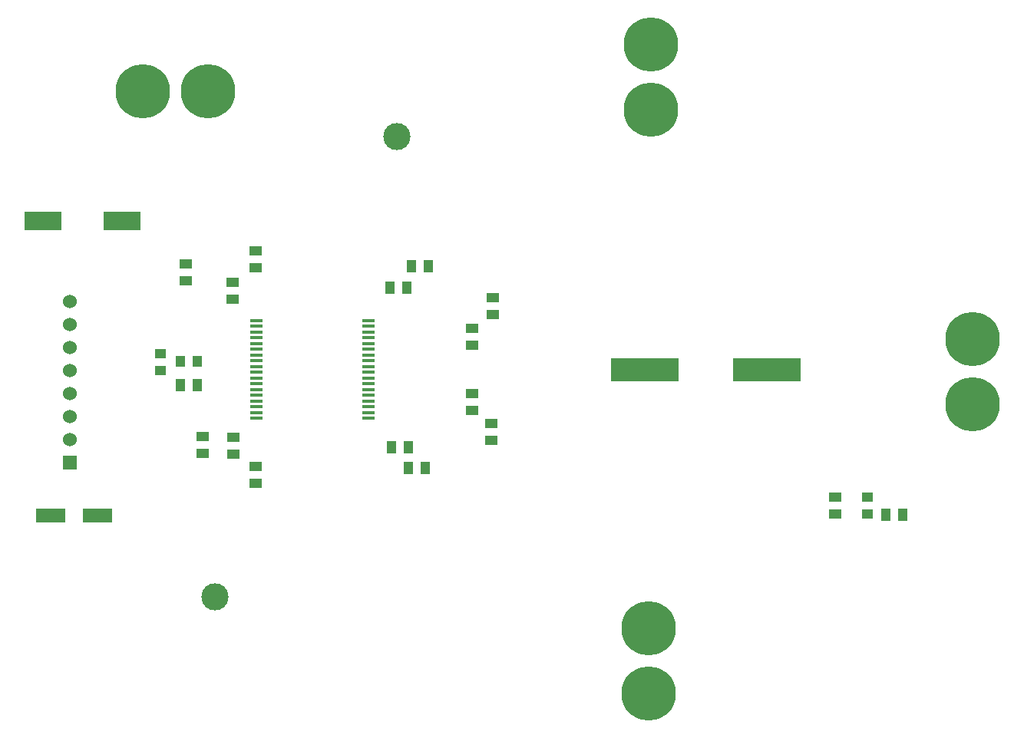
<source format=gbr>
%TF.GenerationSoftware,Altium Limited,Altium Designer,19.1.8 (144)*%
G04 Layer_Color=255*
%FSLAX26Y26*%
%MOIN*%
%TF.FileFunction,Pads,Top*%
%TF.Part,Single*%
G01*
G75*
%TA.AperFunction,SMDPad,CuDef*%
%ADD10R,0.057087X0.015748*%
%ADD11R,0.041339X0.051181*%
%ADD12R,0.051181X0.041339*%
%ADD13R,0.041339X0.055118*%
%ADD14R,0.055118X0.041339*%
%ADD15R,0.125984X0.062992*%
%ADD16R,0.295276X0.098425*%
%ADD17R,0.161417X0.078740*%
%TA.AperFunction,ComponentPad*%
%ADD26C,0.236220*%
%ADD27C,0.060000*%
%ADD28R,0.060000X0.060000*%
%TA.AperFunction,ViaPad*%
%ADD29C,0.118110*%
D10*
X1606300Y1561219D02*
D03*
Y1586219D02*
D03*
Y1611219D02*
D03*
Y1636219D02*
D03*
Y1661219D02*
D03*
Y1686219D02*
D03*
Y1711219D02*
D03*
Y1736219D02*
D03*
Y1761219D02*
D03*
Y1786219D02*
D03*
Y1811219D02*
D03*
Y1836219D02*
D03*
Y1861219D02*
D03*
Y1886219D02*
D03*
Y1911219D02*
D03*
Y1936219D02*
D03*
Y1961219D02*
D03*
Y1986219D02*
D03*
X1118111Y1561219D02*
D03*
Y1586219D02*
D03*
Y1611219D02*
D03*
Y1636219D02*
D03*
Y1661219D02*
D03*
Y1686219D02*
D03*
Y1711219D02*
D03*
Y1736219D02*
D03*
Y1761219D02*
D03*
Y1786219D02*
D03*
Y1811219D02*
D03*
Y1836219D02*
D03*
Y1861219D02*
D03*
Y1886219D02*
D03*
Y1911219D02*
D03*
Y1936219D02*
D03*
Y1961219D02*
D03*
Y1986219D02*
D03*
D11*
X789370Y1807087D02*
D03*
X862205D02*
D03*
D12*
X701772Y1769685D02*
D03*
Y1842520D02*
D03*
X3771654Y1145670D02*
D03*
Y1218505D02*
D03*
D13*
X1852363Y1346457D02*
D03*
X1779528D02*
D03*
X1778543Y1435039D02*
D03*
X1705709D02*
D03*
X789370Y1704724D02*
D03*
X862205D02*
D03*
X1771653Y2129921D02*
D03*
X1698819D02*
D03*
X1793306Y2220472D02*
D03*
X1866141D02*
D03*
X3925196Y1141732D02*
D03*
X3852361D02*
D03*
D14*
X1019686Y1405511D02*
D03*
Y1478345D02*
D03*
X886811Y1407480D02*
D03*
Y1480315D02*
D03*
X2139764Y1466537D02*
D03*
Y1539372D02*
D03*
X2055118Y1668307D02*
D03*
Y1595473D02*
D03*
X1116142Y1350394D02*
D03*
Y1277559D02*
D03*
X2056102Y1878937D02*
D03*
Y1951771D02*
D03*
X1115158Y2216535D02*
D03*
Y2289369D02*
D03*
X2145669Y2084646D02*
D03*
Y2011811D02*
D03*
X1015748Y2077756D02*
D03*
Y2150590D02*
D03*
X3633858Y1218503D02*
D03*
Y1145668D02*
D03*
X813386Y2158267D02*
D03*
Y2231102D02*
D03*
D15*
X227362Y1136811D02*
D03*
X428150D02*
D03*
D16*
X2805118Y1771653D02*
D03*
X3336614D02*
D03*
D17*
X535433Y2418307D02*
D03*
X192913D02*
D03*
D26*
X4228346Y1905512D02*
D03*
Y1622047D02*
D03*
X2822835Y366142D02*
D03*
Y649606D02*
D03*
X2834646Y2901575D02*
D03*
Y3185039D02*
D03*
X625984Y2980315D02*
D03*
X909449D02*
D03*
D27*
X310039Y2068700D02*
D03*
Y1968700D02*
D03*
Y1868700D02*
D03*
Y1768700D02*
D03*
Y1668700D02*
D03*
Y1568700D02*
D03*
Y1468700D02*
D03*
D28*
Y1368700D02*
D03*
D29*
X941142Y786417D02*
D03*
X1729331Y2786417D02*
D03*
%TF.MD5,0506286071b1b7db0c930d0d09ccd2ac*%
M02*

</source>
